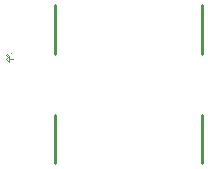
<source format=gbr>
%TF.GenerationSoftware,Altium Limited,Altium Designer,20.1.8 (145)*%
G04 Layer_Color=15790320*
%FSLAX44Y44*%
%MOMM*%
%TF.SameCoordinates,E4642572-F947-42A3-9A2D-1DA0FD0549A1*%
%TF.FilePolarity,Positive*%
%TF.FileFunction,Legend,Bot*%
%TF.Part,Single*%
G01*
G75*
%TA.AperFunction,NonConductor*%
%ADD32C,0.1000*%
%ADD33C,0.1016*%
%ADD34C,0.2540*%
D32*
X10055320Y10108634D02*
G03*
X10055320Y10108634I-500J0D01*
G01*
D33*
X10050070Y10107385D02*
X10051070Y10106384D01*
Y10108134D02*
X10052070Y10107134D01*
X10052820Y10101135D02*
Y10103635D01*
X10050070D02*
X10052820Y10101135D01*
X10050070Y10103635D02*
X10052820Y10106134D01*
Y10103635D02*
Y10106134D01*
Y10103635D02*
X10056070D01*
D34*
X10092232Y10015476D02*
Y10056476D01*
Y10108476D02*
Y10149476D01*
X10216232Y10015476D02*
Y10056476D01*
Y10108476D02*
Y10149476D01*
%TF.MD5,1704ca930399b69c2c7cd521ff088536*%
M02*

</source>
